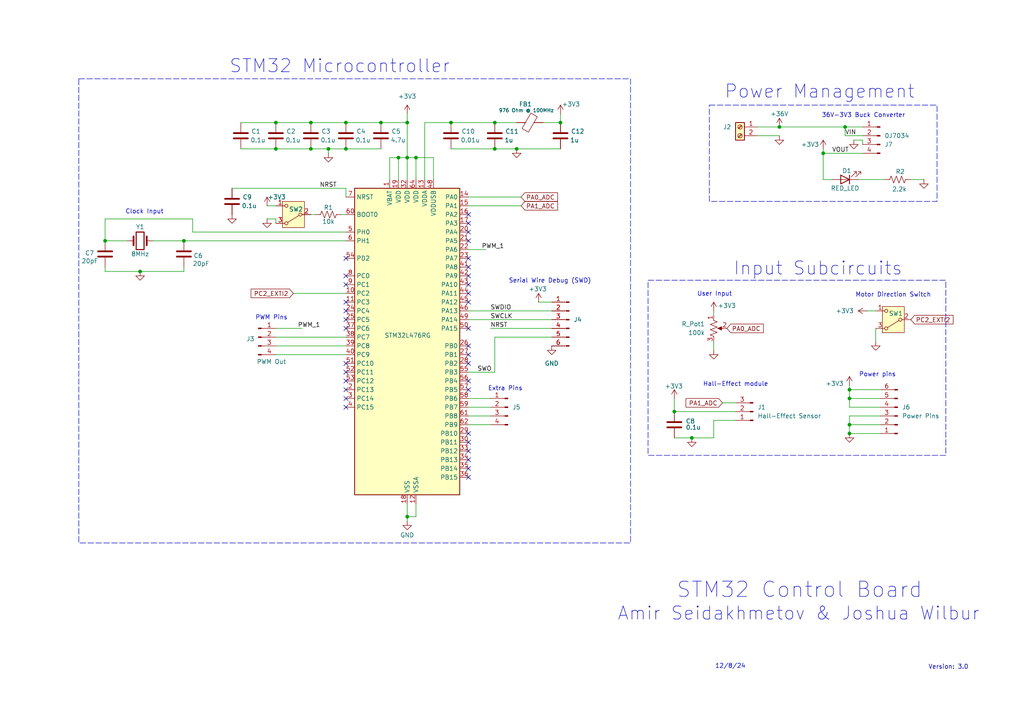
<source format=kicad_sch>
(kicad_sch (version 20231120) (generator "eeschema") (generator_version "8.0")
  (paper "A4")
  (lib_symbols
    (symbol "Connector:Conn_01x03_Pin" (pin_names (offset 1.016) hide)
      (property "Reference" "J" (at 0 5.08 0))
      (property "Value" "Conn_01x03_Pin" (at 0 -5.08 0))
      (symbol "Conn_01x03_Pin_1_1"
        (polyline (pts (xy 1.27 -2.54) (xy 0.8636 -2.54)) (stroke (width 0.1524)))
        (polyline (pts (xy 1.27 0) (xy 0.8636 0)) (stroke (width 0.1524)))
        (polyline (pts (xy 1.27 2.54) (xy 0.8636 2.54)) (stroke (width 0.1524)))
        (rectangle (start 0.8636 -2.413) (end 0 -2.667) (stroke (width 0.1524)) (fill (type outline)))
        (rectangle (start 0.8636 0.127) (end 0 -0.127) (stroke (width 0.1524)) (fill (type outline)))
        (rectangle (start 0.8636 2.667) (end 0 2.413) (stroke (width 0.1524)) (fill (type outline)))
        (pin passive line (at 5.08 2.54 180) (length 3.81) (name "Pin_1") (number "1"))
        (pin passive line (at 5.08 0 180) (length 3.81) (name "Pin_2") (number "2"))
        (pin passive line (at 5.08 -2.54 180) (length 3.81) (name "Pin_3") (number "3"))
      )
    )
    (symbol "Connector:Conn_01x04_Pin" (pin_names (offset 1.016) hide)
      (property "Reference" "J" (at 0 5.08 0))
      (property "Value" "Conn_01x04_Pin" (at 0 -7.62 0))
      (symbol "Conn_01x04_Pin_1_1"
        (polyline (pts (xy 1.27 -5.08) (xy 0.8636 -5.08)) (stroke (width 0.1524)))
        (polyline (pts (xy 1.27 -2.54) (xy 0.8636 -2.54)) (stroke (width 0.1524)))
        (polyline (pts (xy 1.27 0) (xy 0.8636 0)) (stroke (width 0.1524)))
        (polyline (pts (xy 1.27 2.54) (xy 0.8636 2.54)) (stroke (width 0.1524)))
        (rectangle (start 0.8636 -4.953) (end 0 -5.207) (stroke (width 0.1524)) (fill (type outline)))
        (rectangle (start 0.8636 -2.413) (end 0 -2.667) (stroke (width 0.1524)) (fill (type outline)))
        (rectangle (start 0.8636 0.127) (end 0 -0.127) (stroke (width 0.1524)) (fill (type outline)))
        (rectangle (start 0.8636 2.667) (end 0 2.413) (stroke (width 0.1524)) (fill (type outline)))
        (pin passive line (at 5.08 2.54 180) (length 3.81) (name "Pin_1") (number "1"))
        (pin passive line (at 5.08 0 180) (length 3.81) (name "Pin_2") (number "2"))
        (pin passive line (at 5.08 -2.54 180) (length 3.81) (name "Pin_3") (number "3"))
        (pin passive line (at 5.08 -5.08 180) (length 3.81) (name "Pin_4") (number "4"))
      )
    )
    (symbol "Connector:Conn_01x06_Pin" (pin_names (offset 1.016) hide)
      (property "Reference" "J" (at 0 7.62 0))
      (property "Value" "Conn_01x06_Pin" (at 0 -10.16 0))
      (symbol "Conn_01x06_Pin_1_1"
        (polyline (pts (xy 1.27 -7.62) (xy 0.8636 -7.62)) (stroke (width 0.1524)))
        (polyline (pts (xy 1.27 -5.08) (xy 0.8636 -5.08)) (stroke (width 0.1524)))
        (polyline (pts (xy 1.27 -2.54) (xy 0.8636 -2.54)) (stroke (width 0.1524)))
        (polyline (pts (xy 1.27 0) (xy 0.8636 0)) (stroke (width 0.1524)))
        (polyline (pts (xy 1.27 2.54) (xy 0.8636 2.54)) (stroke (width 0.1524)))
        (polyline (pts (xy 1.27 5.08) (xy 0.8636 5.08)) (stroke (width 0.1524)))
        (rectangle (start 0.8636 -7.493) (end 0 -7.747) (stroke (width 0.1524)) (fill (type outline)))
        (rectangle (start 0.8636 -4.953) (end 0 -5.207) (stroke (width 0.1524)) (fill (type outline)))
        (rectangle (start 0.8636 -2.413) (end 0 -2.667) (stroke (width 0.1524)) (fill (type outline)))
        (rectangle (start 0.8636 0.127) (end 0 -0.127) (stroke (width 0.1524)) (fill (type outline)))
        (rectangle (start 0.8636 2.667) (end 0 2.413) (stroke (width 0.1524)) (fill (type outline)))
        (rectangle (start 0.8636 5.207) (end 0 4.953) (stroke (width 0.1524)) (fill (type outline)))
        (pin passive line (at 5.08 5.08 180) (length 3.81) (name "Pin_1") (number "1"))
        (pin passive line (at 5.08 2.54 180) (length 3.81) (name "Pin_2") (number "2"))
        (pin passive line (at 5.08 0 180) (length 3.81) (name "Pin_3") (number "3"))
        (pin passive line (at 5.08 -2.54 180) (length 3.81) (name "Pin_4") (number "4"))
        (pin passive line (at 5.08 -5.08 180) (length 3.81) (name "Pin_5") (number "5"))
        (pin passive line (at 5.08 -7.62 180) (length 3.81) (name "Pin_6") (number "6"))
      )
    )
    (symbol "Connector:Screw_Terminal_01x02" (pin_names (offset 1.016) hide)
      (property "Reference" "J" (at 0 2.54 0))
      (property "Value" "Screw_Terminal_01x02" (at 0 -5.08 0))
      (symbol "Screw_Terminal_01x02_1_1"
        (rectangle (start -1.27 1.27) (end 1.27 -3.81) (stroke (width 0.254)) (fill (type background)))
        (circle (center 0 -2.54) (radius 0.635) (stroke (width 0.1524)))
        (polyline (pts (xy -0.5334 -2.2098) (xy 0.3302 -3.048)) (stroke (width 0.1524)))
        (polyline (pts (xy -0.5334 0.3302) (xy 0.3302 -0.508)) (stroke (width 0.1524)))
        (polyline (pts (xy -0.3556 -2.032) (xy 0.508 -2.8702)) (stroke (width 0.1524)))
        (polyline (pts (xy -0.3556 0.508) (xy 0.508 -0.3302)) (stroke (width 0.1524)))
        (circle (center 0 0) (radius 0.635) (stroke (width 0.1524)))
        (pin passive line (at -5.08 0 0) (length 3.81) (name "Pin_1") (number "1"))
        (pin passive line (at -5.08 -2.54 0) (length 3.81) (name "Pin_2") (number "2"))
      )
    )
    (symbol "Device:C" (pin_numbers hide) (pin_names (offset 0.254))
      (property "Reference" "C" (at 0.635 2.54 0))
      (property "Value" "C" (at 0.635 -2.54 0))
      (symbol "C_0_1"
        (polyline (pts (xy -2.032 -0.762) (xy 2.032 -0.762)) (stroke (width 0.508)))
        (polyline (pts (xy -2.032 0.762) (xy 2.032 0.762)) (stroke (width 0.508)))
      )
      (symbol "C_1_1"
        (pin passive line (at 0 3.81 270) (length 2.794) (name "~") (number "1"))
        (pin passive line (at 0 -3.81 90) (length 2.794) (name "~") (number "2"))
      )
    )
    (symbol "Device:Crystal" (pin_numbers hide) (pin_names (offset 1.016) hide)
      (property "Reference" "Y" (at 0 3.81 0))
      (property "Value" "Crystal" (at 0 -3.81 0))
      (symbol "Crystal_0_1"
        (rectangle (start -1.143 2.54) (end 1.143 -2.54) (stroke (width 0.3048)))
        (polyline (pts (xy -2.54 0) (xy -1.905 0)))
        (polyline (pts (xy -1.905 -1.27) (xy -1.905 1.27)) (stroke (width 0.508)))
        (polyline (pts (xy 1.905 -1.27) (xy 1.905 1.27)) (stroke (width 0.508)))
        (polyline (pts (xy 2.54 0) (xy 1.905 0)))
      )
      (symbol "Crystal_1_1"
        (pin passive line (at -3.81 0 0) (length 1.27) (name "1") (number "1"))
        (pin passive line (at 3.81 0 180) (length 1.27) (name "2") (number "2"))
      )
    )
    (symbol "Device:FerriteBead" (pin_numbers hide) (pin_names (offset 0))
      (property "Reference" "FB" (at -3.81 0.635 90))
      (property "Value" "FerriteBead" (at 3.81 0 90))
      (symbol "FerriteBead_0_1"
        (polyline (pts (xy 0 -1.27) (xy 0 -1.2192)))
        (polyline (pts (xy 0 1.27) (xy 0 1.2954)))
        (polyline (pts (xy -2.7686 0.4064) (xy -1.7018 2.2606) (xy 2.7686 -0.3048) (xy 1.6764 -2.159) (xy -2.7686 0.4064)))
      )
      (symbol "FerriteBead_1_1"
        (pin passive line (at 0 3.81 270) (length 2.54) (name "~") (number "1"))
        (pin passive line (at 0 -3.81 90) (length 2.54) (name "~") (number "2"))
      )
    )
    (symbol "Device:LED" (pin_numbers hide) (pin_names (offset 1.016) hide)
      (property "Reference" "D" (at 0 2.54 0))
      (property "Value" "LED" (at 0 -2.54 0))
      (symbol "LED_0_1"
        (polyline (pts (xy -1.27 -1.27) (xy -1.27 1.27)) (stroke (width 0.254)))
        (polyline (pts (xy -1.27 0) (xy 1.27 0)))
        (polyline (pts (xy 1.27 -1.27) (xy 1.27 1.27) (xy -1.27 0) (xy 1.27 -1.27)) (stroke (width 0.254)))
        (polyline (pts (xy -3.048 -0.762) (xy -4.572 -2.286) (xy -3.81 -2.286) (xy -4.572 -2.286) (xy -4.572 -1.524)))
        (polyline (pts (xy -1.778 -0.762) (xy -3.302 -2.286) (xy -2.54 -2.286) (xy -3.302 -2.286) (xy -3.302 -1.524)))
      )
      (symbol "LED_1_1"
        (pin passive line (at -3.81 0 0) (length 2.54) (name "K") (number "1"))
        (pin passive line (at 3.81 0 180) (length 2.54) (name "A") (number "2"))
      )
    )
    (symbol "Device:R_Potentiometer_US" (pin_names (offset 1.016) hide)
      (property "Reference" "RV" (at -4.445 0 90))
      (property "Value" "R_Potentiometer_US" (at -2.54 0 90))
      (symbol "R_Potentiometer_US_0_1"
        (polyline (pts (xy 0 -2.286) (xy 0 -2.54)))
        (polyline (pts (xy 0 2.54) (xy 0 2.286)))
        (polyline (pts (xy 2.54 0) (xy 1.524 0)))
        (polyline (pts (xy 1.143 0) (xy 2.286 0.508) (xy 2.286 -0.508) (xy 1.143 0)) (fill (type outline)))
        (polyline (pts (xy 0 -0.762) (xy 1.016 -1.143) (xy 0 -1.524) (xy -1.016 -1.905) (xy 0 -2.286)))
        (polyline (pts (xy 0 0.762) (xy 1.016 0.381) (xy 0 0) (xy -1.016 -0.381) (xy 0 -0.762)))
        (polyline (pts (xy 0 2.286) (xy 1.016 1.905) (xy 0 1.524) (xy -1.016 1.143) (xy 0 0.762)))
      )
      (symbol "R_Potentiometer_US_1_1"
        (pin passive line (at 0 3.81 270) (length 1.27) (name "1") (number "1"))
        (pin passive line (at 3.81 0 180) (length 1.27) (name "2") (number "2"))
        (pin passive line (at 0 -3.81 90) (length 1.27) (name "3") (number "3"))
      )
    )
    (symbol "Device:R_US" (pin_numbers hide) (pin_names (offset 0))
      (property "Reference" "R" (at 2.54 0 90))
      (property "Value" "R_US" (at -2.54 0 90))
      (symbol "R_US_0_1"
        (polyline (pts (xy 0 -2.286) (xy 0 -2.54)))
        (polyline (pts (xy 0 2.286) (xy 0 2.54)))
        (polyline (pts (xy 0 -0.762) (xy 1.016 -1.143) (xy 0 -1.524) (xy -1.016 -1.905) (xy 0 -2.286)))
        (polyline (pts (xy 0 0.762) (xy 1.016 0.381) (xy 0 0) (xy -1.016 -0.381) (xy 0 -0.762)))
        (polyline (pts (xy 0 2.286) (xy 1.016 1.905) (xy 0 1.524) (xy -1.016 1.143) (xy 0 0.762)))
      )
      (symbol "R_US_1_1"
        (pin passive line (at 0 3.81 270) (length 1.27) (name "~") (number "1"))
        (pin passive line (at 0 -3.81 90) (length 1.27) (name "~") (number "2"))
      )
    )
    (symbol "MCU_ST_STM32L4:STM32L476RGTx"
      (property "Reference" "U" (at -15.24 46.99 0))
      (property "Value" "STM32L476RGTx" (at 10.16 46.99 0))
      (symbol "STM32L476RGTx_0_1"
        (rectangle (start -15.24 -43.18) (end 15.24 45.72) (stroke (width 0.254)) (fill (type background)))
      )
      (symbol "STM32L476RGTx_1_1"
        (pin power_in line (at -5.08 48.26 270) (length 2.54) (name "VBAT") (number "1"))
        (pin bidirectional line (at -17.78 15.24 0) (length 2.54) (name "PC2") (number "10"))
        (pin bidirectional line (at -17.78 12.7 0) (length 2.54) (name "PC3") (number "11"))
        (pin power_in line (at 2.54 -45.72 90) (length 2.54) (name "VSSA") (number "12"))
        (pin power_in line (at 5.08 48.26 270) (length 2.54) (name "VDDA") (number "13"))
        (pin bidirectional line (at 17.78 43.18 180) (length 2.54) (name "PA0") (number "14"))
        (pin bidirectional line (at 17.78 40.64 180) (length 2.54) (name "PA1") (number "15"))
        (pin bidirectional line (at 17.78 38.1 180) (length 2.54) (name "PA2") (number "16"))
        (pin bidirectional line (at 17.78 35.56 180) (length 2.54) (name "PA3") (number "17"))
        (pin power_in line (at 0 -45.72 90) (length 2.54) (name "VSS") (number "18"))
        (pin power_in line (at -2.54 48.26 270) (length 2.54) (name "VDD") (number "19"))
        (pin bidirectional line (at -17.78 -12.7 0) (length 2.54) (name "PC13") (number "2"))
        (pin bidirectional line (at 17.78 33.02 180) (length 2.54) (name "PA4") (number "20"))
        (pin bidirectional line (at 17.78 30.48 180) (length 2.54) (name "PA5") (number "21"))
        (pin bidirectional line (at 17.78 27.94 180) (length 2.54) (name "PA6") (number "22"))
        (pin bidirectional line (at 17.78 25.4 180) (length 2.54) (name "PA7") (number "23"))
        (pin bidirectional line (at -17.78 10.16 0) (length 2.54) (name "PC4") (number "24"))
        (pin bidirectional line (at -17.78 7.62 0) (length 2.54) (name "PC5") (number "25"))
        (pin bidirectional line (at 17.78 0 180) (length 2.54) (name "PB0") (number "26"))
        (pin bidirectional line (at 17.78 -2.54 180) (length 2.54) (name "PB1") (number "27"))
        (pin bidirectional line (at 17.78 -5.08 180) (length 2.54) (name "PB2") (number "28"))
        (pin bidirectional line (at 17.78 -25.4 180) (length 2.54) (name "PB10") (number "29"))
        (pin bidirectional line (at -17.78 -15.24 0) (length 2.54) (name "PC14") (number "3"))
        (pin bidirectional line (at 17.78 -27.94 180) (length 2.54) (name "PB11") (number "30"))
        (pin passive line (at 0 -45.72 90) (length 2.54) hide (name "VSS") (number "31"))
        (pin power_in line (at 0 48.26 270) (length 2.54) (name "VDD") (number "32"))
        (pin bidirectional line (at 17.78 -30.48 180) (length 2.54) (name "PB12") (number "33"))
        (pin bidirectional line (at 17.78 -33.02 180) (length 2.54) (name "PB13") (number "34"))
        (pin bidirectional line (at 17.78 -35.56 180) (length 2.54) (name "PB14") (number "35"))
        (pin bidirectional line (at 17.78 -38.1 180) (length 2.54) (name "PB15") (number "36"))
        (pin bidirectional line (at -17.78 5.08 0) (length 2.54) (name "PC6") (number "37"))
        (pin bidirectional line (at -17.78 2.54 0) (length 2.54) (name "PC7") (number "38"))
        (pin bidirectional line (at -17.78 0 0) (length 2.54) (name "PC8") (number "39"))
        (pin bidirectional line (at -17.78 -17.78 0) (length 2.54) (name "PC15") (number "4"))
        (pin bidirectional line (at -17.78 -2.54 0) (length 2.54) (name "PC9") (number "40"))
        (pin bidirectional line (at 17.78 22.86 180) (length 2.54) (name "PA8") (number "41"))
        (pin bidirectional line (at 17.78 20.32 180) (length 2.54) (name "PA9") (number "42"))
        (pin bidirectional line (at 17.78 17.78 180) (length 2.54) (name "PA10") (number "43"))
        (pin bidirectional line (at 17.78 15.24 180) (length 2.54) (name "PA11") (number "44"))
        (pin bidirectional line (at 17.78 12.7 180) (length 2.54) (name "PA12") (number "45"))
        (pin bidirectional line (at 17.78 10.16 180) (length 2.54) (name "PA13") (number "46"))
        (pin passive line (at 0 -45.72 90) (length 2.54) hide (name "VSS") (number "47"))
        (pin power_in line (at 7.62 48.26 270) (length 2.54) (name "VDDUSB") (number "48"))
        (pin bidirectional line (at 17.78 7.62 180) (length 2.54) (name "PA14") (number "49"))
        (pin bidirectional line (at -17.78 33.02 0) (length 2.54) (name "PH0") (number "5"))
        (pin bidirectional line (at 17.78 5.08 180) (length 2.54) (name "PA15") (number "50"))
        (pin bidirectional line (at -17.78 -5.08 0) (length 2.54) (name "PC10") (number "51"))
        (pin bidirectional line (at -17.78 -7.62 0) (length 2.54) (name "PC11") (number "52"))
        (pin bidirectional line (at -17.78 -10.16 0) (length 2.54) (name "PC12") (number "53"))
        (pin bidirectional line (at -17.78 25.4 0) (length 2.54) (name "PD2") (number "54"))
        (pin bidirectional line (at 17.78 -7.62 180) (length 2.54) (name "PB3") (number "55"))
        (pin bidirectional line (at 17.78 -10.16 180) (length 2.54) (name "PB4") (number "56"))
        (pin bidirectional line (at 17.78 -12.7 180) (length 2.54) (name "PB5") (number "57"))
        (pin bidirectional line (at 17.78 -15.24 180) (length 2.54) (name "PB6") (number "58"))
        (pin bidirectional line (at 17.78 -17.78 180) (length 2.54) (name "PB7") (number "59"))
        (pin bidirectional line (at -17.78 30.48 0) (length 2.54) (name "PH1") (number "6"))
        (pin input line (at -17.78 38.1 0) (length 2.54) (name "BOOT0") (number "60"))
        (pin bidirectional line (at 17.78 -20.32 180) (length 2.54) (name "PB8") (number "61"))
        (pin bidirectional line (at 17.78 -22.86 180) (length 2.54) (name "PB9") (number "62"))
        (pin passive line (at 0 -45.72 90) (length 2.54) hide (name "VSS") (number "63"))
        (pin power_in line (at 2.54 48.26 270) (length 2.54) (name "VDD") (number "64"))
        (pin input line (at -17.78 43.18 0) (length 2.54) (name "NRST") (number "7"))
        (pin bidirectional line (at -17.78 20.32 0) (length 2.54) (name "PC0") (number "8"))
        (pin bidirectional line (at -17.78 17.78 0) (length 2.54) (name "PC1") (number "9"))
      )
    )
    (symbol "Switch:SW_SPDT_321" (pin_names (offset 1) hide)
      (property "Reference" "SW" (at 0 5.08 0))
      (property "Value" "SW_SPDT_321" (at 0 -5.08 0))
      (symbol "SW_SPDT_321_0_1"
        (circle (center -2.032 0) (radius 0.4572))
        (polyline (pts (xy -1.651 0.254) (xy 1.651 2.286)))
        (circle (center 2.032 -2.54) (radius 0.4572))
        (circle (center 2.032 2.54) (radius 0.4572))
      )
      (symbol "SW_SPDT_321_1_1"
        (rectangle (start -3.175 3.81) (end 3.175 -3.81) (fill (type background)))
        (pin passive line (at 5.08 -2.54 180) (length 2.54) (name "C") (number "1"))
        (pin passive line (at -5.08 0 0) (length 2.54) (name "B") (number "2"))
        (pin passive line (at 5.08 2.54 180) (length 2.54) (name "A") (number "3"))
      )
    )
    (symbol "power:+36V" (power) (pin_numbers hide) (pin_names (offset 0) hide)
      (property "Value" "+36V" (at 0 3.556 0))
      (symbol "+36V_0_1"
        (polyline (pts (xy -0.762 1.27) (xy 0 2.54)))
        (polyline (pts (xy 0 0) (xy 0 2.54)))
        (polyline (pts (xy 0 2.54) (xy 0.762 1.27)))
      )
      (symbol "+36V_1_1"
        (pin power_in line (at 0 0 90) (length 0) (name "~") (number "1"))
      )
    )
    (symbol "power:+3V3" (power) (pin_numbers hide) (pin_names (offset 0) hide)
      (property "Value" "+3V3" (at 0 3.556 0))
      (symbol "+3V3_0_1"
        (polyline (pts (xy -0.762 1.27) (xy 0 2.54)))
        (polyline (pts (xy 0 0) (xy 0 2.54)))
        (polyline (pts (xy 0 2.54) (xy 0.762 1.27)))
      )
      (symbol "+3V3_1_1"
        (pin power_in line (at 0 0 90) (length 0) (name "~") (number "1"))
      )
    )
    (symbol "power:GND" (power) (pin_numbers hide) (pin_names (offset 0) hide)
      (property "Value" "GND" (at 0 -3.81 0))
      (symbol "GND_0_1"
        (polyline (pts (xy 0 0) (xy 0 -1.27) (xy 1.27 -1.27) (xy 0 -2.54) (xy -1.27 -1.27) (xy 0 -1.27)))
      )
      (symbol "GND_1_1"
        (pin power_in line (at 0 0 270) (length 0) (name "~") (number "1"))
      )
    )
  )
  (junction (at 90.17 35.56))
  (junction (at 246.38 115.57))
  (junction (at 246.38 113.03))
  (junction (at 246.38 123.19))
  (junction (at 115.57 45.72))
  (junction (at 90.17 43.18))
  (junction (at 80.01 35.56))
  (junction (at 118.11 35.56))
  (junction (at 238.76 44.45))
  (junction (at 118.11 45.72))
  (junction (at 53.34 69.85))
  (junction (at 30.48 69.85))
  (junction (at 200.66 127))
  (junction (at 226.06 36.83))
  (junction (at 118.11 149.86))
  (junction (at 100.33 35.56))
  (junction (at 80.01 43.18))
  (junction (at 40.64 78.74))
  (junction (at 143.51 35.56))
  (junction (at 110.49 35.56))
  (junction (at 195.58 119.38))
  (junction (at 143.51 43.18))
  (junction (at 130.81 35.56))
  (junction (at 162.56 35.56))
  (junction (at 95.25 43.18))
  (junction (at 100.33 43.18))
  (junction (at 120.65 45.72))
  (junction (at 149.86 43.18))
  (junction (at 245.11 36.83))
  (junction (at 246.38 125.73))
  (no_connect (at 135.89 113.03))
  (no_connect (at 135.89 128.27))
  (no_connect (at 135.89 74.93))
  (no_connect (at 100.33 87.63))
  (no_connect (at 100.33 92.71))
  (no_connect (at 100.33 80.01))
  (no_connect (at 135.89 69.85))
  (no_connect (at 135.89 125.73))
  (no_connect (at 100.33 118.11))
  (no_connect (at 135.89 62.23))
  (no_connect (at 100.33 90.17))
  (no_connect (at 100.33 113.03))
  (no_connect (at 135.89 100.33))
  (no_connect (at 100.33 107.95))
  (no_connect (at 135.89 110.49))
  (no_connect (at 135.89 87.63))
  (no_connect (at 100.33 110.49))
  (no_connect (at 135.89 95.25))
  (no_connect (at 135.89 67.31))
  (no_connect (at 135.89 102.87))
  (no_connect (at 135.89 130.81))
  (no_connect (at 100.33 74.93))
  (no_connect (at 135.89 80.01))
  (no_connect (at 135.89 82.55))
  (no_connect (at 135.89 138.43))
  (no_connect (at 100.33 95.25))
  (no_connect (at 100.33 115.57))
  (no_connect (at 135.89 77.47))
  (no_connect (at 135.89 85.09))
  (no_connect (at 100.33 105.41))
  (no_connect (at 100.33 82.55))
  (no_connect (at 135.89 135.89))
  (no_connect (at 135.89 64.77))
  (no_connect (at 135.89 105.41))
  (no_connect (at 135.89 133.35))
  (wire (pts (xy 85.09 85.09) (xy 100.33 85.09)))
  (wire (pts (xy 135.89 118.11) (xy 142.24 118.11)))
  (wire (pts (xy 255.27 113.03) (xy 246.38 113.03)))
  (wire (pts (xy 226.06 36.83) (xy 245.11 36.83)))
  (wire (pts (xy 30.48 78.74) (xy 40.64 78.74)))
  (wire (pts (xy 113.03 45.72) (xy 115.57 45.72)))
  (wire (pts (xy 100.33 43.18) (xy 110.49 43.18)))
  (wire (pts (xy 238.76 44.45) (xy 238.76 52.07)))
  (wire (pts (xy 118.11 151.13) (xy 118.11 149.86)))
  (wire (pts (xy 246.38 123.19) (xy 246.38 125.73)))
  (wire (pts (xy 69.85 43.18) (xy 80.01 43.18)))
  (wire (pts (xy 80.01 43.18) (xy 90.17 43.18)))
  (wire (pts (xy 247.65 40.64) (xy 250.19 40.64)))
  (wire (pts (xy 135.89 107.95) (xy 143.51 107.95)))
  (wire (pts (xy 80.01 100.33) (xy 100.33 100.33)))
  (wire (pts (xy 207.01 101.6) (xy 207.01 99.06)))
  (wire (pts (xy 135.89 115.57) (xy 142.24 115.57)))
  (wire (pts (xy 143.51 97.79) (xy 143.51 107.95)))
  (wire (pts (xy 255.27 120.65) (xy 246.38 120.65)))
  (wire (pts (xy 195.58 115.57) (xy 195.58 119.38)))
  (wire (pts (xy 120.65 149.86) (xy 118.11 149.86)))
  (wire (pts (xy 55.88 67.31) (xy 55.88 63.5)))
  (wire (pts (xy 135.89 123.19) (xy 142.24 123.19)))
  (wire (pts (xy 209.55 116.84) (xy 213.36 116.84)))
  (wire (pts (xy 195.58 119.38) (xy 213.36 119.38)))
  (wire (pts (xy 149.86 43.18) (xy 162.56 43.18)))
  (wire (pts (xy 245.11 39.37) (xy 250.19 39.37)))
  (wire (pts (xy 90.17 43.18) (xy 95.25 43.18)))
  (wire (pts (xy 30.48 63.5) (xy 30.48 69.85)))
  (wire (pts (xy 246.38 118.11) (xy 246.38 115.57)))
  (wire (pts (xy 55.88 63.5) (xy 30.48 63.5)))
  (wire (pts (xy 151.13 57.15) (xy 135.89 57.15)))
  (wire (pts (xy 226.06 39.37) (xy 219.71 39.37)))
  (wire (pts (xy 162.56 33.02) (xy 162.56 35.56)))
  (wire (pts (xy 246.38 115.57) (xy 246.38 113.03)))
  (wire (pts (xy 115.57 45.72) (xy 118.11 45.72)))
  (wire (pts (xy 255.27 115.57) (xy 246.38 115.57)))
  (wire (pts (xy 120.65 52.07) (xy 120.65 45.72)))
  (wire (pts (xy 135.89 90.17) (xy 160.02 90.17)))
  (wire (pts (xy 157.48 35.56) (xy 162.56 35.56)))
  (wire (pts (xy 248.92 52.07) (xy 256.54 52.07)))
  (wire (pts (xy 207.01 127) (xy 207.01 121.92)))
  (wire (pts (xy 120.65 146.05) (xy 120.65 149.86)))
  (wire (pts (xy 120.65 45.72) (xy 118.11 45.72)))
  (wire (pts (xy 80.01 95.25) (xy 87.63 95.25)))
  (wire (pts (xy 99.06 62.23) (xy 100.33 62.23)))
  (wire (pts (xy 100.33 54.61) (xy 100.33 57.15)))
  (wire (pts (xy 100.33 35.56) (xy 110.49 35.56)))
  (wire (pts (xy 90.17 62.23) (xy 91.44 62.23)))
  (wire (pts (xy 53.34 69.85) (xy 100.33 69.85)))
  (wire (pts (xy 113.03 52.07) (xy 113.03 45.72)))
  (wire (pts (xy 143.51 35.56) (xy 149.86 35.56)))
  (wire (pts (xy 135.89 72.39) (xy 140.97 72.39)))
  (wire (pts (xy 151.13 59.69) (xy 135.89 59.69)))
  (wire (pts (xy 80.01 63.5) (xy 77.47 63.5)))
  (wire (pts (xy 118.11 45.72) (xy 118.11 52.07)))
  (wire (pts (xy 118.11 35.56) (xy 118.11 45.72)))
  (wire (pts (xy 238.76 44.45) (xy 250.19 44.45)))
  (wire (pts (xy 246.38 125.73) (xy 255.27 125.73)))
  (wire (pts (xy 110.49 35.56) (xy 118.11 35.56)))
  (wire (pts (xy 246.38 113.03) (xy 246.38 111.76)))
  (wire (pts (xy 44.45 69.85) (xy 53.34 69.85)))
  (wire (pts (xy 207.01 90.17) (xy 207.01 91.44)))
  (wire (pts (xy 142.24 95.25) (xy 160.02 95.25)))
  (wire (pts (xy 130.81 35.56) (xy 143.51 35.56)))
  (wire (pts (xy 160.02 97.79) (xy 143.51 97.79)))
  (wire (pts (xy 195.58 127) (xy 200.66 127)))
  (wire (pts (xy 255.27 118.11) (xy 246.38 118.11)))
  (wire (pts (xy 95.25 44.45) (xy 95.25 43.18)))
  (wire (pts (xy 90.17 35.56) (xy 100.33 35.56)))
  (wire (pts (xy 200.66 127) (xy 207.01 127)))
  (wire (pts (xy 245.11 36.83) (xy 245.11 39.37)))
  (wire (pts (xy 246.38 123.19) (xy 255.27 123.19)))
  (wire (pts (xy 246.38 120.65) (xy 246.38 123.19)))
  (wire (pts (xy 251.46 90.17) (xy 254 90.17)))
  (wire (pts (xy 30.48 69.85) (xy 36.83 69.85)))
  (wire (pts (xy 250.19 40.64) (xy 250.19 41.91)))
  (wire (pts (xy 254 99.06) (xy 254 95.25)))
  (wire (pts (xy 77.47 59.69) (xy 80.01 59.69)))
  (wire (pts (xy 207.01 121.92) (xy 213.36 121.92)))
  (wire (pts (xy 30.48 77.47) (xy 30.48 78.74)))
  (wire (pts (xy 123.19 35.56) (xy 123.19 52.07)))
  (wire (pts (xy 123.19 35.56) (xy 130.81 35.56)))
  (wire (pts (xy 53.34 77.47) (xy 53.34 78.74)))
  (wire (pts (xy 80.01 97.79) (xy 100.33 97.79)))
  (wire (pts (xy 80.01 35.56) (xy 90.17 35.56)))
  (wire (pts (xy 143.51 43.18) (xy 149.86 43.18)))
  (wire (pts (xy 118.11 33.02) (xy 118.11 35.56)))
  (wire (pts (xy 115.57 52.07) (xy 115.57 45.72)))
  (wire (pts (xy 156.21 87.63) (xy 160.02 87.63)))
  (wire (pts (xy 125.73 45.72) (xy 120.65 45.72)))
  (wire (pts (xy 125.73 45.72) (xy 125.73 52.07)))
  (wire (pts (xy 238.76 43.18) (xy 238.76 44.45)))
  (wire (pts (xy 245.11 36.83) (xy 250.19 36.83)))
  (wire (pts (xy 135.89 120.65) (xy 142.24 120.65)))
  (wire (pts (xy 67.31 54.61) (xy 100.33 54.61)))
  (wire (pts (xy 53.34 78.74) (xy 40.64 78.74)))
  (wire (pts (xy 135.89 92.71) (xy 160.02 92.71)))
  (wire (pts (xy 95.25 43.18) (xy 100.33 43.18)))
  (wire (pts (xy 118.11 149.86) (xy 118.11 146.05)))
  (wire (pts (xy 238.76 52.07) (xy 241.3 52.07)))
  (wire (pts (xy 55.88 67.31) (xy 100.33 67.31)))
  (wire (pts (xy 80.01 102.87) (xy 100.33 102.87)))
  (wire (pts (xy 130.81 43.18) (xy 143.51 43.18)))
  (wire (pts (xy 80.01 63.5) (xy 80.01 64.77)))
  (wire (pts (xy 264.16 52.07) (xy 267.97 52.07)))
  (wire (pts (xy 219.71 36.83) (xy 226.06 36.83)))
  (wire (pts (xy 69.85 35.56) (xy 80.01 35.56)))
  (rectangle (start 187.96 81.28) (end 274.32 132.08) (stroke (width 0) (type dash)))
  (rectangle (start 205.74 30.48) (end 271.78 58.42) (stroke (width 0) (type dash)))
  (rectangle (start 22.86 22.86) (end 182.88 157.48) (stroke (width 0) (type dash)))
  (text "User Input" (at 207.264 85.344 0) (effects (font (size 1.27 1.27))))
  (text "Hall-Effect module" (at 213.36 111.506 0) (effects (font (size 1.27 1.27))))
  (text "STM32 Microcontroller" (at 98.552 19.304 0) (effects (font (size 3.81 3.81))))
  (text "Clock Input" (at 41.91 61.468 0) (effects (font (size 1.27 1.27))))
  (text "PWM Pins" (at 78.74 92.202 0) (effects (font (size 1.27 1.27))))
  (text "Motor Direction Switch" (at 259.08 85.598 0) (effects (font (size 1.27 1.27))))
  (text "Input Subcircuits" (at 237.236 77.978 0) (effects (font (size 3.81 3.81))))
  (text "Amir Seidakhmetov & Joshua Wilbur" (at 231.648 178.054 0) (effects (font (size 3.81 3.81))))
  (text "Extra Pins" (at 146.558 112.776 0) (effects (font (size 1.27 1.27))))
  (text "STM32 Control Board" (at 231.902 171.196 0) (effects (font (size 4.445 4.445))))
  (text "36V-3V3 Buck Converter" (at 250.444 33.528 0) (effects (font (size 1.27 1.27))))
  (text "Serial Wire Debug (SWD)" (at 159.512 81.534 0) (effects (font (size 1.27 1.27))))
  (text "12/8/24" (at 211.836 193.294 0) (effects (font (size 1.27 1.27))))
  (text "Power pins" (at 254.508 108.712 0) (effects (font (size 1.27 1.27))))
  (text "Version: 3.0" (at 275.082 193.548 0) (effects (font (size 1.27 1.27))))
  (text "Power Management" (at 237.744 26.67 0) (effects (font (size 3.81 3.81))))
  (label "VIN" (at 245.11 39.37 0))
  (label "SWCLK" (at 142.24 92.71 0))
  (label "NRST" (at 92.71 54.61 0))
  (label "VOUT" (at 241.3 44.45 0))
  (label "NRST" (at 142.24 95.25 0))
  (label "PWM_1" (at 86.36 95.25 0))
  (label "SWDIO" (at 142.24 90.17 0))
  (label "PWM_1" (at 139.7 72.39 0))
  (label "SWO" (at 138.43 107.95 0))
  (global_label "PA0_ADC" (shape input) (at 151.13 57.15 0) (property "Intersheetrefs" "${INTERSHEET_REFS}" (effects (hide yes))))
  (global_label "PC2_EXTI2" (shape input) (at 85.09 85.09 180) (property "Intersheetrefs" "${INTERSHEET_REFS}" (effects (hide yes))))
  (global_label "PA0_ADC" (shape input) (at 210.82 95.25 0) (property "Intersheetrefs" "${INTERSHEET_REFS}" (effects (hide yes))))
  (global_label "PA1_ADC" (shape input) (at 151.13 59.69 0) (property "Intersheetrefs" "${INTERSHEET_REFS}" (effects (hide yes))))
  (global_label "PC2_EXTI2" (shape input) (at 264.16 92.71 0) (property "Intersheetrefs" "${INTERSHEET_REFS}" (effects (hide yes))))
  (global_label "PA1_ADC" (shape input) (at 209.55 116.84 180) (property "Intersheetrefs" "${INTERSHEET_REFS}" (effects (hide yes))))
  (symbol (lib_id "power:GND") (at 95.25 44.45 0) (unit 1)
    (property "Reference" "#PWR07" (effects (hide yes)))
    (property "Value" "GND" (effects (hide yes)))
    (property "Description" "Power symbol creates a global label with name \"GND\" , ground" (effects (hide yes)))
  )
  (symbol (lib_id "power:+3V3") (at 207.01 90.17 0) (unit 1)
    (property "Reference" "#PWR03" (effects (hide yes)))
    (property "Value" "+3V3" (at 210.82 88.646 0))
    (property "Description" "Power symbol creates a global label with name \"+3V3\"" (effects (hide yes)))
  )
  (symbol (lib_id "power:GND") (at 226.06 39.37 0) (mirror y) (unit 1) (exclude_from_sim yes)
    (property "Reference" "#PWR010" (effects (hide yes)))
    (property "Value" "GND" (effects (hide yes)))
    (property "Description" "Power symbol creates a global label with name \"GND\" , ground" (effects (hide yes)))
  )
  (symbol (lib_id "Connector:Conn_01x04_Pin") (at 147.32 118.11 0) (mirror y) (unit 1)
    (property "Reference" "J5" (at 148.59 118.1099 0) (effects (justify right)))
    (property "Value" "Conn_01x04_Pin" (effects (hide yes)))
    (property "Footprint" "Connector_PinHeader_2.54mm:PinHeader_1x04_P2.54mm_Vertical" (effects (hide yes)))
    (property "Description" "Generic connector, single row, 01x04, script generated" (effects (hide yes)))
  )
  (symbol (lib_id "power:+3V3") (at 238.76 43.18 0) (unit 1)
    (property "Reference" "#PWR022" (effects (hide yes)))
    (property "Value" "+3V3" (at 234.95 41.91 0))
    (property "Description" "Power symbol creates a global label with name \"+3V3\"" (effects (hide yes)))
  )
  (symbol (lib_id "Device:C") (at 53.34 73.66 0) (unit 1)
    (property "Reference" "C6" (at 56.134 74.168 0) (effects (justify left)))
    (property "Value" "20pF" (at 55.88 76.454 0) (effects (justify left)))
    (property "Footprint" "Capacitor_THT:C_Disc_D5.1mm_W3.2mm_P5.00mm" (effects (hide yes)))
    (property "Description" "Unpolarized capacitor" (effects (hide yes)))
  )
  (symbol (lib_id "Switch:SW_SPDT_321") (at 259.08 92.71 180) (unit 1)
    (property "Reference" "SW1" (at 259.842 90.932 0))
    (property "Value" "Dir SW" (effects (hide yes)))
    (property "Footprint" "Connector_PinHeader_2.54mm:PinHeader_1x03_P2.54mm_Vertical" (effects (hide yes)))
    (property "Description" "Switch, single pole double throw" (effects (hide yes)))
  )
  (symbol (lib_id "Device:C") (at 69.85 39.37 0) (unit 1)
    (property "Reference" "C1" (at 72.898 38.1 0) (effects (justify left)))
    (property "Value" "0.1u" (at 72.644 40.64 0) (effects (justify left)))
    (property "Footprint" "Capacitor_SMD:C_0402_1005Metric_Pad0.74x0.62mm_HandSolder" (effects (hide yes)))
    (property "Description" "Unpolarized capacitor" (effects (hide yes)))
  )
  (symbol (lib_id "power:+3V3") (at 118.11 33.02 0) (unit 1)
    (property "Reference" "#PWR08" (effects (hide yes)))
    (property "Value" "+3V3" (at 118.11 27.94 0))
    (property "Description" "Power symbol creates a global label with name \"+3V3\"" (effects (hide yes)))
  )
  (symbol (lib_id "power:+36V") (at 226.06 36.83 0) (unit 1)
    (property "Reference" "#PWR024" (effects (hide yes)))
    (property "Value" "+36V" (at 226.06 33.02 0))
    (property "Description" "Power symbol creates a global label with name \"+36V\"" (effects (hide yes)))
  )
  (symbol (lib_id "Device:FerriteBead") (at 153.67 35.56 90) (unit 1)
    (property "Reference" "FB1" (at 152.4 30.226 90))
    (property "Value" "976 Ohm @ 100MHz" (at 152.654 32.004 90) (effects (font (size 1.016 1.016))))
    (property "Footprint" "Inductor_THT:L_Axial_L7.0mm_D3.3mm_P12.70mm_Horizontal_Fastron_MICC" (effects (hide yes)))
    (property "Description" "Ferrite bead" (effects (hide yes)))
  )
  (symbol (lib_id "Device:R_US") (at 260.35 52.07 270) (unit 1)
    (property "Reference" "R2" (at 261.112 49.784 90))
    (property "Value" "2.2k" (at 260.858 54.864 90))
    (property "Footprint" "Resistor_THT:R_Axial_DIN0207_L6.3mm_D2.5mm_P10.16mm_Horizontal" (effects (hide yes)))
    (property "Description" "Resistor, US symbol" (effects (hide yes)))
  )
  (symbol (lib_id "Device:R_US") (at 95.25 62.23 90) (unit 1)
    (property "Reference" "R1" (at 95.25 60.198 90))
    (property "Value" "10k" (at 95.25 64.262 90))
    (property "Footprint" "Resistor_THT:R_Axial_DIN0207_L6.3mm_D2.5mm_P10.16mm_Horizontal" (effects (hide yes)))
    (property "Description" "Resistor, US symbol" (effects (hide yes)))
  )
  (symbol (lib_id "power:GND") (at 207.01 101.6 0) (unit 1)
    (property "Reference" "#PWR04" (effects (hide yes)))
    (property "Value" "GND" (effects (hide yes)))
    (property "Description" "Power symbol creates a global label with name \"GND\" , ground" (effects (hide yes)))
  )
  (symbol (lib_id "power:+3V3") (at 77.47 59.69 0) (unit 1)
    (property "Reference" "#PWR018" (effects (hide yes)))
    (property "Value" "+3V3" (at 80.264 57.15 0))
    (property "Description" "Power symbol creates a global label with name \"+3V3\"" (effects (hide yes)))
  )
  (symbol (lib_id "Device:R_Potentiometer_US") (at 207.01 95.25 0) (unit 1)
    (property "Reference" "R_Pot1" (at 204.47 93.9799 0) (effects (justify right)))
    (property "Value" "100k" (at 204.47 96.5199 0) (effects (justify right)))
    (property "Footprint" "Potentiometer_THT:Potentiometer_Alps_RK163_Single_Horizontal" (effects (hide yes)))
    (property "Description" "Potentiometer, US symbol" (effects (hide yes)))
  )
  (symbol (lib_id "power:GND") (at 149.86 43.18 0) (unit 1)
    (property "Reference" "#PWR019" (effects (hide yes)))
    (property "Value" "GND" (effects (hide yes)))
    (property "Description" "Power symbol creates a global label with name \"GND\" , ground" (effects (hide yes)))
  )
  (symbol (lib_id "Device:C") (at 143.51 39.37 0) (unit 1)
    (property "Reference" "C11" (at 146.558 38.1 0) (effects (justify left)))
    (property "Value" "1u" (at 146.304 40.64 0) (effects (justify left)))
    (property "Footprint" "Capacitor_SMD:C_0603_1608Metric_Pad1.08x0.95mm_HandSolder" (effects (hide yes)))
    (property "Description" "Unpolarized capacitor" (effects (hide yes)))
  )
  (symbol (lib_id "Connector:Conn_01x06_Pin") (at 260.35 120.65 180) (unit 1)
    (property "Reference" "J6" (at 261.62 118.1099 0) (effects (justify right)))
    (property "Value" "Power Pins" (at 261.62 120.6499 0) (effects (justify right)))
    (property "Footprint" "Connector_PinHeader_2.54mm:PinHeader_1x06_P2.54mm_Vertical" (effects (hide yes)))
    (property "Description" "Generic connector, single row, 01x06, script generated" (effects (hide yes)))
  )
  (symbol (lib_id "Device:C") (at 100.33 39.37 0) (unit 1)
    (property "Reference" "C4" (at 103.378 38.1 0) (effects (justify left)))
    (property "Value" "0.1u" (at 103.124 40.64 0) (effects (justify left)))
    (property "Footprint" "Capacitor_SMD:C_0402_1005Metric_Pad0.74x0.62mm_HandSolder" (effects (hide yes)))
    (property "Description" "Unpolarized capacitor" (effects (hide yes)))
  )
  (symbol (lib_id "Device:LED") (at 245.11 52.07 180) (unit 1)
    (property "Reference" "D1" (at 245.618 49.53 0))
    (property "Value" "RED_LED" (at 245.11 54.61 0))
    (property "Footprint" "LED_THT:LED_D5.0mm" (effects (hide yes)))
    (property "Description" "Light emitting diode" (effects (hide yes)))
  )
  (symbol (lib_id "Connector:Conn_01x06_Pin") (at 165.1 92.71 0) (mirror y) (unit 1)
    (property "Reference" "J4" (at 166.37 92.7099 0) (effects (justify right)))
    (property "Value" "Conn_01x06_Pin" (effects (hide yes)))
    (property "Footprint" "Connector_PinHeader_2.54mm:PinHeader_1x06_P2.54mm_Vertical" (effects (hide yes)))
    (property "Description" "Generic connector, single row, 01x06, script generated" (effects (hide yes)))
  )
  (symbol (lib_id "Connector:Conn_01x04_Pin") (at 255.27 39.37 0) (mirror y) (unit 1)
    (property "Reference" "J7" (at 256.54 41.9101 0) (effects (justify right)))
    (property "Value" "0J7034" (at 256.54 39.3701 0) (effects (justify right)))
    (property "Footprint" "Connector_PinHeader_2.54mm:PinHeader_1x04_P2.54mm_Vertical" (effects (hide yes)))
    (property "Description" "Generic connector, single row, 01x04, script generated" (effects (hide yes)))
  )
  (symbol (lib_id "power:GND") (at 200.66 127 0) (unit 1)
    (property "Reference" "#PWR06" (effects (hide yes)))
    (property "Value" "GND" (effects (hide yes)))
    (property "Description" "Power symbol creates a global label with name \"GND\" , ground" (effects (hide yes)))
  )
  (symbol (lib_id "Device:C") (at 67.31 58.42 0) (unit 1)
    (property "Reference" "C9" (at 70.358 57.15 0) (effects (justify left)))
    (property "Value" "0.1u" (at 70.104 59.69 0) (effects (justify left)))
    (property "Footprint" "Capacitor_THT:C_Disc_D5.1mm_W3.2mm_P5.00mm" (effects (hide yes)))
    (property "Description" "Unpolarized capacitor" (effects (hide yes)))
  )
  (symbol (lib_id "power:+3V3") (at 246.38 111.76 0) (unit 1)
    (property "Reference" "#PWR016" (effects (hide yes)))
    (property "Value" "+3V3" (at 242.062 111.252 0))
    (property "Description" "Power symbol creates a global label with name \"+3V3\"" (effects (hide yes)))
  )
  (symbol (lib_id "power:GND") (at 77.47 63.5 0) (unit 1)
    (property "Reference" "#PWR017" (effects (hide yes)))
    (property "Value" "GND" (effects (hide yes)))
    (property "Description" "Power symbol creates a global label with name \"GND\" , ground" (effects (hide yes)))
  )
  (symbol (lib_id "Device:Crystal") (at 40.64 69.85 0) (unit 1)
    (property "Reference" "Y1" (at 40.64 65.786 0))
    (property "Value" "8MHz" (at 40.64 73.66 0))
    (property "Footprint" "Crystal:Crystal_HC49-4H_Vertical" (effects (hide yes)))
    (property "Description" "Two pin crystal" (effects (hide yes)))
  )
  (symbol (lib_id "power:+3V3") (at 251.46 90.17 90) (unit 1)
    (property "Reference" "#PWR01" (effects (hide yes)))
    (property "Value" "+3V3" (at 247.65 90.1699 90) (effects (justify left)))
    (property "Description" "Power symbol creates a global label with name \"+3V3\"" (effects (hide yes)))
  )
  (symbol (lib_id "Device:C") (at 30.48 73.66 0) (unit 1)
    (property "Reference" "C7" (at 24.638 73.406 0) (effects (justify left)))
    (property "Value" "20pF" (at 23.622 75.692 0) (effects (justify left)))
    (property "Footprint" "Capacitor_THT:C_Disc_D5.1mm_W3.2mm_P5.00mm" (effects (hide yes)))
    (property "Description" "Unpolarized capacitor" (effects (hide yes)))
  )
  (symbol (lib_id "Device:C") (at 80.01 39.37 0) (unit 1)
    (property "Reference" "C2" (at 83.058 38.1 0) (effects (justify left)))
    (property "Value" "0.1u" (at 82.804 40.64 0) (effects (justify left)))
    (property "Footprint" "Capacitor_SMD:C_0402_1005Metric_Pad0.74x0.62mm_HandSolder" (effects (hide yes)))
    (property "Description" "Unpolarized capacitor" (effects (hide yes)))
  )
  (symbol (lib_id "power:GND") (at 160.02 100.33 0) (unit 1)
    (property "Reference" "#PWR013" (effects (hide yes)))
    (property "Value" "GND" (at 160.02 105.41 0))
    (property "Description" "Power symbol creates a global label with name \"GND\" , ground" (effects (hide yes)))
  )
  (symbol (lib_id "Connector:Conn_01x04_Pin") (at 74.93 97.79 0) (unit 1)
    (property "Reference" "J3" (at 72.644 98.298 0))
    (property "Value" "PWM Out" (at 78.74 104.902 0))
    (property "Footprint" "Connector_PinHeader_2.54mm:PinHeader_1x04_P2.54mm_Vertical" (effects (hide yes)))
    (property "Description" "Generic connector, single row, 01x04, script generated" (effects (hide yes)))
  )
  (symbol (lib_id "power:GND") (at 67.31 62.23 0) (unit 1)
    (property "Reference" "#PWR012" (effects (hide yes)))
    (property "Value" "GND" (effects (hide yes)))
    (property "Description" "Power symbol creates a global label with name \"GND\" , ground" (effects (hide yes)))
  )
  (symbol (lib_id "Connector:Conn_01x03_Pin") (at 218.44 119.38 180) (unit 1)
    (property "Reference" "J1" (at 219.71 118.1099 0) (effects (justify right)))
    (property "Value" "Hall-Effect Sensor" (at 219.71 120.6499 0) (effects (justify right)))
    (property "Footprint" "Connector_PinHeader_2.54mm:PinHeader_1x03_P2.54mm_Vertical" (effects (hide yes)))
    (property "Description" "Generic connector, single row, 01x03, script generated" (effects (hide yes)))
  )
  (symbol (lib_id "Connector:Screw_Terminal_01x02") (at 214.63 36.83 0) (mirror y) (unit 1)
    (property "Reference" "J2" (at 212.09 36.8299 0) (effects (justify left)))
    (property "Value" "Screw_Terminal_01x02" (effects (hide yes)))
    (property "Footprint" "Connector:Banana_Jack_2Pin" (effects (hide yes)))
    (property "Description" "Generic screw terminal, single row, 01x02, script generated (kicad-library-utils/schlib/autogen/connector/)" (effects (hide yes)))
  )
  (symbol (lib_id "power:GND") (at 247.65 40.64 0) (mirror y) (unit 1)
    (property "Reference" "#PWR021" (effects (hide yes)))
    (property "Value" "GND" (effects (hide yes)))
    (property "Description" "Power symbol creates a global label with name \"GND\" , ground" (effects (hide yes)))
  )
  (symbol (lib_id "Device:C") (at 130.81 39.37 0) (unit 1)
    (property "Reference" "C10" (at 133.858 38.1 0) (effects (justify left)))
    (property "Value" "0.01u" (at 133.604 40.64 0) (effects (justify left)))
    (property "Footprint" "Capacitor_THT:C_Disc_D5.1mm_W3.2mm_P5.00mm" (effects (hide yes)))
    (property "Description" "Unpolarized capacitor" (effects (hide yes)))
  )
  (symbol (lib_id "Device:C") (at 90.17 39.37 0) (unit 1)
    (property "Reference" "C3" (at 93.218 38.1 0) (effects (justify left)))
    (property "Value" "0.1u" (at 92.964 40.64 0) (effects (justify left)))
    (property "Footprint" "Capacitor_SMD:C_0402_1005Metric_Pad0.74x0.62mm_HandSolder" (effects (hide yes)))
    (property "Description" "Unpolarized capacitor" (effects (hide yes)))
  )
  (symbol (lib_id "Switch:SW_SPDT_321") (at 85.09 62.23 180) (unit 1)
    (property "Reference" "SW2" (at 85.852 60.706 0))
    (property "Value" "Boot SW" (effects (hide yes)))
    (property "Footprint" "Connector_PinHeader_2.54mm:PinHeader_1x03_P2.54mm_Vertical" (effects (hide yes)))
    (property "Description" "Switch, single pole double throw" (effects (hide yes)))
  )
  (symbol (lib_id "power:+3V3") (at 195.58 115.57 0) (unit 1)
    (property "Reference" "#PWR05" (effects (hide yes)))
    (property "Value" "+3V3" (at 192.786 112.014 0) (effects (justify left)))
    (property "Description" "Power symbol creates a global label with name \"+3V3\"" (effects (hide yes)))
  )
  (symbol (lib_id "MCU_ST_STM32L4:STM32L476RGTx") (at 118.11 100.33 0) (unit 1)
    (property "Reference" "U1" (effects (hide yes)))
    (property "Value" "STM32L476RG" (at 111.506 97.282 0) (effects (justify left)))
    (property "Footprint" "Package_QFP:LQFP-64_10x10mm_P0.5mm" (effects (hide yes)))
    (property "Datasheet" "https://www.st.com/resource/en/datasheet/stm32l476rg.pdf" (effects (hide yes)))
    (property "Description" "STMicroelectronics Arm Cortex-M4 MCU, 1024KB flash, 128KB RAM, 80 MHz, 1.71-3.6V, 51 GPIO, LQFP64" (effects (hide yes)))
  )
  (symbol (lib_id "power:GND") (at 40.64 78.74 0) (unit 1)
    (property "Reference" "#PWR011" (effects (hide yes)))
    (property "Value" "GND" (effects (hide yes)))
    (property "Description" "Power symbol creates a global label with name \"GND\" , ground" (effects (hide yes)))
  )
  (symbol (lib_id "power:GND") (at 267.97 52.07 0) (mirror y) (unit 1) (exclude_from_sim yes)
    (property "Reference" "#PWR023" (effects (hide yes)))
    (property "Value" "GND" (effects (hide yes)))
    (property "Description" "Power symbol creates a global label with name \"GND\" , ground" (effects (hide yes)))
  )
  (symbol (lib_id "Device:C") (at 195.58 123.19 0) (unit 1)
    (property "Reference" "C8" (at 198.882 122.174 0) (effects (justify left)))
    (property "Value" "0.1u" (at 198.882 123.952 0) (effects (justify left)))
    (property "Description" "Unpolarized capacitor" (effects (hide yes)))
  )
  (symbol (lib_id "power:GND") (at 118.11 151.13 0) (unit 1)
    (property "Reference" "#PWR09" (effects (hide yes)))
    (property "Value" "GND" (at 118.11 155.194 0))
    (property "Description" "Power symbol creates a global label with name \"GND\" , ground" (effects (hide yes)))
  )
  (symbol (lib_id "Device:C") (at 162.56 39.37 0) (unit 1)
    (property "Reference" "C12" (at 165.608 38.1 0) (effects (justify left)))
    (property "Value" "1u" (at 165.354 40.64 0) (effects (justify left)))
    (property "Footprint" "Capacitor_SMD:C_0603_1608Metric_Pad1.08x0.95mm_HandSolder" (effects (hide yes)))
    (property "Description" "Unpolarized capacitor" (effects (hide yes)))
  )
  (symbol (lib_id "Device:C") (at 110.49 39.37 0) (unit 1)
    (property "Reference" "C5" (at 113.538 38.1 0) (effects (justify left)))
    (property "Value" "4.7u" (at 113.284 40.64 0) (effects (justify left)))
    (property "Footprint" "Capacitor_SMD:C_0805_2012Metric_Pad1.18x1.45mm_HandSolder" (effects (hide yes)))
    (property "Datasheet" "https://www.digikey.com/en/products/detail/samsung-electro-mechanics/CL21A475KAQNNNE/3886902" (effects (hide yes)))
    (property "Description" "Unpolarized capacitor" (effects (hide yes)))
  )
  (symbol (lib_id "power:GND") (at 246.38 125.73 0) (unit 1)
    (property "Reference" "#PWR015" (effects (hide yes)))
    (property "Value" "GND" (effects (hide yes)))
    (property "Description" "Power symbol creates a global label with name \"GND\" , ground" (effects (hide yes)))
  )
  (symbol (lib_id "power:+3V3") (at 162.56 33.02 0) (unit 1)
    (property "Reference" "#PWR020" (effects (hide yes)))
    (property "Value" "+3V3" (at 165.608 30.226 0))
    (property "Description" "Power symbol creates a global label with name \"+3V3\"" (effects (hide yes)))
  )
  (symbol (lib_id "power:GND") (at 254 99.06 0) (unit 1)
    (property "Reference" "#PWR02" (effects (hide yes)))
    (property "Value" "GND" (effects (hide yes)))
    (property "Description" "Power symbol creates a global label with name \"GND\" , ground" (effects (hide yes)))
  )
  (symbol (lib_id "power:+3V3") (at 156.21 87.63 0) (unit 1)
    (property "Reference" "#PWR014" (effects (hide yes)))
    (property "Value" "+3V3" (at 155.956 83.82 0))
    (property "Description" "Power symbol creates a global label with name \"+3V3\"" (effects (hide yes)))
  )
)
</source>
